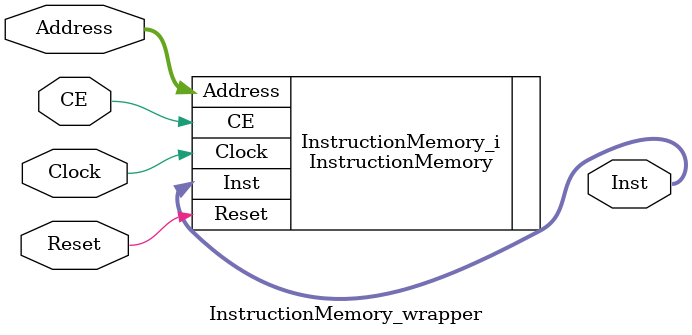
<source format=v>
`timescale 1 ps / 1 ps

module InstructionMemory_wrapper
   (Address,
    CE,
    Clock,
    Inst,
    Reset);
  input [31:0]Address;
  input CE;
  input Clock;
  output [31:0]Inst;
  input Reset;

  wire [31:0]Address;
  wire CE;
  wire Clock;
  wire [31:0]Inst;
  wire Reset;

  InstructionMemory InstructionMemory_i
       (.Address(Address),
        .CE(CE),
        .Clock(Clock),
        .Inst(Inst),
        .Reset(Reset));
endmodule

</source>
